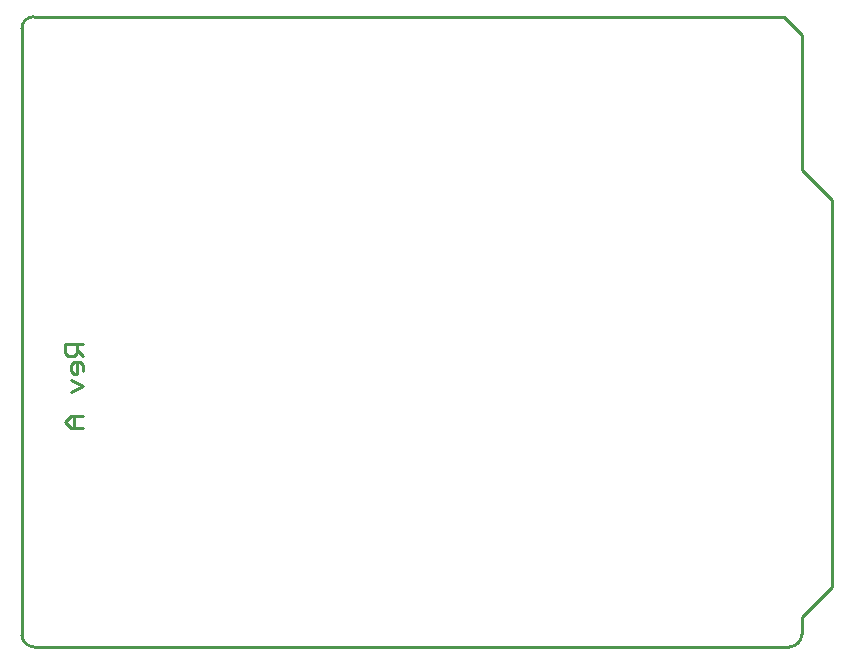
<source format=gbo>
G04 Layer_Color=13813960*
%FSLAX25Y25*%
%MOIN*%
G70*
G01*
G75*
%ADD22C,0.01000*%
D22*
X768898Y1059941D02*
X762900D01*
Y1056942D01*
X763899Y1055942D01*
X765899D01*
X766898Y1056942D01*
Y1059941D01*
Y1057942D02*
X768898Y1055942D01*
Y1050944D02*
Y1052943D01*
X767898Y1053943D01*
X765899D01*
X764899Y1052943D01*
Y1050944D01*
X765899Y1049944D01*
X766898D01*
Y1053943D01*
X764899Y1047945D02*
X768898Y1045945D01*
X764899Y1043946D01*
X768898Y1035949D02*
X764899D01*
X762900Y1033949D01*
X764899Y1031950D01*
X768898D01*
X765899D01*
Y1035949D01*
X752600Y1168900D02*
G03*
X748663Y1164963I0J-3937D01*
G01*
Y962837D02*
G03*
X752600Y958900I3937J0D01*
G01*
X1004523D02*
G03*
X1008663Y963040I0J4140D01*
G01*
X748663Y962837D02*
Y1164963D01*
X752600Y958900D02*
X1004523D01*
X752600Y1168900D02*
X1002682D01*
Y1168882D02*
X1008663Y1162900D01*
X1018663Y978900D02*
Y1106600D01*
Y1107900D01*
X1008663Y1117900D02*
Y1162900D01*
Y1117900D02*
X1018663Y1107900D01*
X1008663Y968900D02*
X1018663Y978900D01*
X1008663Y963040D02*
Y968900D01*
M02*

</source>
